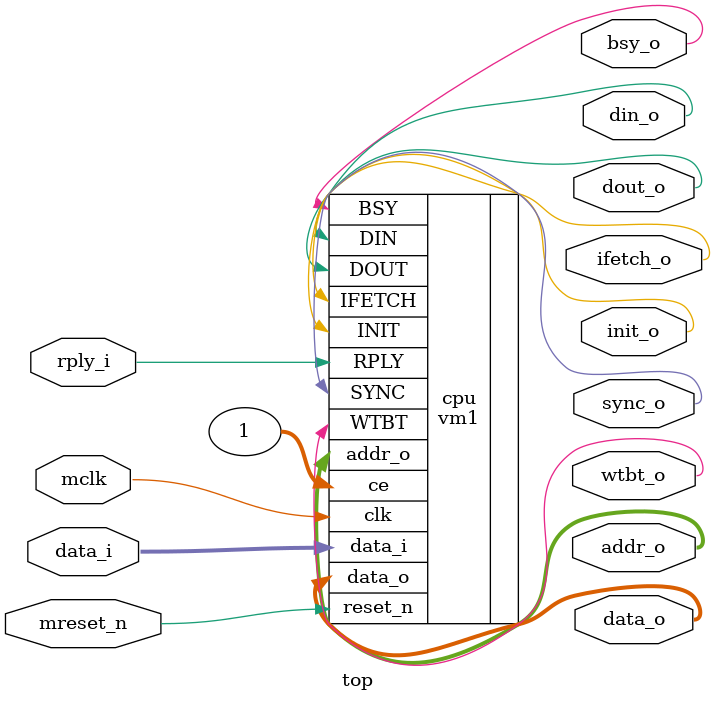
<source format=v>
module top(
    mclk,
    mreset_n,
    data_i,
    data_o,
    addr_o,
    
    sync_o,
    rply_i,
    din_o,
    dout_o,
    wtbt_o,
    bsy_o,
    init_o,
    ifetch_o
    
    );
    
input mclk, mreset_n;

input [15:0] data_i;
output[15:0] data_o;
output[15:0] addr_o;

output       sync_o;
input        rply_i;
output       din_o;
output       dout_o;
output       wtbt_o;
output       bsy_o;
output       init_o;
output       ifetch_o;

vm1 cpu
          (.clk(mclk), 
           .ce(1),
           .reset_n(mreset_n),
           .data_i(data_i),
           .data_o(data_o),
           .addr_o(addr_o),

           //error_i,      
           //fault_i,
           
           .SYNC(sync_o),        // o: address set
           .RPLY(rply_i),        // i: reply to DIN or DOUT
           .DIN(din_o),         // o: data in flag
           .DOUT(dout_o),        // o: data out flag
           .WTBT(wtbt_o),        // o: byteio op/odd address
           
           .BSY(bsy_o),         // o: CPU usurps bus
           
           .INIT(init_o),        // o: peripheral INIT
           
		   .IFETCH(ifetch_o)		// o: indicates IF0
           );

endmodule

</source>
